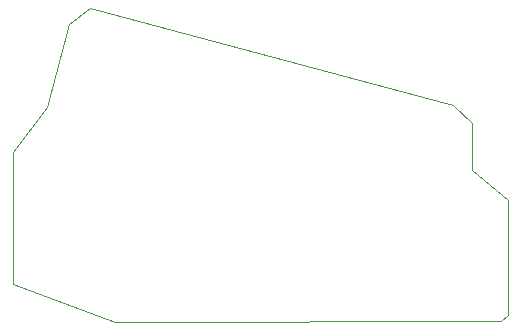
<source format=gbr>
G04 #@! TF.GenerationSoftware,KiCad,Pcbnew,(5.1.4)-1*
G04 #@! TF.CreationDate,2023-02-10T21:13:35-05:00*
G04 #@! TF.ProjectId,ThumbsUp,5468756d-6273-4557-902e-6b696361645f,rev?*
G04 #@! TF.SameCoordinates,Original*
G04 #@! TF.FileFunction,Profile,NP*
%FSLAX46Y46*%
G04 Gerber Fmt 4.6, Leading zero omitted, Abs format (unit mm)*
G04 Created by KiCad (PCBNEW (5.1.4)-1) date 2023-02-10 21:13:35*
%MOMM*%
%LPD*%
G04 APERTURE LIST*
%ADD10C,0.050000*%
G04 APERTURE END LIST*
D10*
X193621647Y-348073404D02*
X160922693Y-348119263D01*
X155132756Y-329925960D02*
X157038803Y-322860269D01*
X189538753Y-329801480D02*
X191096995Y-331302472D01*
X194164908Y-347518636D02*
X194161007Y-337786602D01*
X194164908Y-347518636D02*
X193621647Y-348073404D01*
X152238747Y-344899426D02*
X160922693Y-348119263D01*
X158811775Y-321554292D02*
X189538753Y-329801480D01*
X152238747Y-344899426D02*
X152244043Y-333759411D01*
X194161007Y-337786602D02*
X191108818Y-335223663D01*
X157038803Y-322860269D02*
X158811775Y-321554292D01*
X155132756Y-329925960D02*
X152244043Y-333759411D01*
X191108818Y-335223663D02*
X191096995Y-331302472D01*
M02*

</source>
